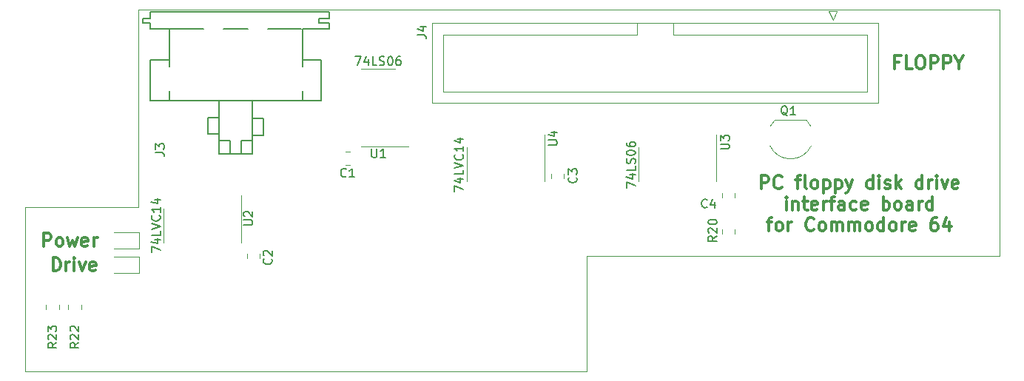
<source format=gbr>
%TF.GenerationSoftware,KiCad,Pcbnew,6.0.2+dfsg-1*%
%TF.CreationDate,2022-09-14T20:22:00+02:00*%
%TF.ProjectId,interface_board,696e7465-7266-4616-9365-5f626f617264,rev?*%
%TF.SameCoordinates,Original*%
%TF.FileFunction,Legend,Top*%
%TF.FilePolarity,Positive*%
%FSLAX46Y46*%
G04 Gerber Fmt 4.6, Leading zero omitted, Abs format (unit mm)*
G04 Created by KiCad (PCBNEW 6.0.2+dfsg-1) date 2022-09-14 20:22:00*
%MOMM*%
%LPD*%
G01*
G04 APERTURE LIST*
%ADD10C,0.300000*%
%TA.AperFunction,Profile*%
%ADD11C,0.100000*%
%TD*%
%ADD12C,0.150000*%
%ADD13C,0.120000*%
%ADD14C,0.152400*%
G04 APERTURE END LIST*
D10*
X177472000Y-95291571D02*
X177472000Y-93791571D01*
X178043428Y-93791571D01*
X178186285Y-93863000D01*
X178257714Y-93934428D01*
X178329142Y-94077285D01*
X178329142Y-94291571D01*
X178257714Y-94434428D01*
X178186285Y-94505857D01*
X178043428Y-94577285D01*
X177472000Y-94577285D01*
X179829142Y-95148714D02*
X179757714Y-95220142D01*
X179543428Y-95291571D01*
X179400571Y-95291571D01*
X179186285Y-95220142D01*
X179043428Y-95077285D01*
X178972000Y-94934428D01*
X178900571Y-94648714D01*
X178900571Y-94434428D01*
X178972000Y-94148714D01*
X179043428Y-94005857D01*
X179186285Y-93863000D01*
X179400571Y-93791571D01*
X179543428Y-93791571D01*
X179757714Y-93863000D01*
X179829142Y-93934428D01*
X181400571Y-94291571D02*
X181972000Y-94291571D01*
X181614857Y-95291571D02*
X181614857Y-94005857D01*
X181686285Y-93863000D01*
X181829142Y-93791571D01*
X181972000Y-93791571D01*
X182686285Y-95291571D02*
X182543428Y-95220142D01*
X182472000Y-95077285D01*
X182472000Y-93791571D01*
X183472000Y-95291571D02*
X183329142Y-95220142D01*
X183257714Y-95148714D01*
X183186285Y-95005857D01*
X183186285Y-94577285D01*
X183257714Y-94434428D01*
X183329142Y-94363000D01*
X183472000Y-94291571D01*
X183686285Y-94291571D01*
X183829142Y-94363000D01*
X183900571Y-94434428D01*
X183972000Y-94577285D01*
X183972000Y-95005857D01*
X183900571Y-95148714D01*
X183829142Y-95220142D01*
X183686285Y-95291571D01*
X183472000Y-95291571D01*
X184614857Y-94291571D02*
X184614857Y-95791571D01*
X184614857Y-94363000D02*
X184757714Y-94291571D01*
X185043428Y-94291571D01*
X185186285Y-94363000D01*
X185257714Y-94434428D01*
X185329142Y-94577285D01*
X185329142Y-95005857D01*
X185257714Y-95148714D01*
X185186285Y-95220142D01*
X185043428Y-95291571D01*
X184757714Y-95291571D01*
X184614857Y-95220142D01*
X185972000Y-94291571D02*
X185972000Y-95791571D01*
X185972000Y-94363000D02*
X186114857Y-94291571D01*
X186400571Y-94291571D01*
X186543428Y-94363000D01*
X186614857Y-94434428D01*
X186686285Y-94577285D01*
X186686285Y-95005857D01*
X186614857Y-95148714D01*
X186543428Y-95220142D01*
X186400571Y-95291571D01*
X186114857Y-95291571D01*
X185972000Y-95220142D01*
X187186285Y-94291571D02*
X187543428Y-95291571D01*
X187900571Y-94291571D02*
X187543428Y-95291571D01*
X187400571Y-95648714D01*
X187329142Y-95720142D01*
X187186285Y-95791571D01*
X190257714Y-95291571D02*
X190257714Y-93791571D01*
X190257714Y-95220142D02*
X190114857Y-95291571D01*
X189829142Y-95291571D01*
X189686285Y-95220142D01*
X189614857Y-95148714D01*
X189543428Y-95005857D01*
X189543428Y-94577285D01*
X189614857Y-94434428D01*
X189686285Y-94363000D01*
X189829142Y-94291571D01*
X190114857Y-94291571D01*
X190257714Y-94363000D01*
X190972000Y-95291571D02*
X190972000Y-94291571D01*
X190972000Y-93791571D02*
X190900571Y-93863000D01*
X190972000Y-93934428D01*
X191043428Y-93863000D01*
X190972000Y-93791571D01*
X190972000Y-93934428D01*
X191614857Y-95220142D02*
X191757714Y-95291571D01*
X192043428Y-95291571D01*
X192186285Y-95220142D01*
X192257714Y-95077285D01*
X192257714Y-95005857D01*
X192186285Y-94863000D01*
X192043428Y-94791571D01*
X191829142Y-94791571D01*
X191686285Y-94720142D01*
X191614857Y-94577285D01*
X191614857Y-94505857D01*
X191686285Y-94363000D01*
X191829142Y-94291571D01*
X192043428Y-94291571D01*
X192186285Y-94363000D01*
X192900571Y-95291571D02*
X192900571Y-93791571D01*
X193043428Y-94720142D02*
X193472000Y-95291571D01*
X193472000Y-94291571D02*
X192900571Y-94863000D01*
X195900571Y-95291571D02*
X195900571Y-93791571D01*
X195900571Y-95220142D02*
X195757714Y-95291571D01*
X195472000Y-95291571D01*
X195329142Y-95220142D01*
X195257714Y-95148714D01*
X195186285Y-95005857D01*
X195186285Y-94577285D01*
X195257714Y-94434428D01*
X195329142Y-94363000D01*
X195472000Y-94291571D01*
X195757714Y-94291571D01*
X195900571Y-94363000D01*
X196614857Y-95291571D02*
X196614857Y-94291571D01*
X196614857Y-94577285D02*
X196686285Y-94434428D01*
X196757714Y-94363000D01*
X196900571Y-94291571D01*
X197043428Y-94291571D01*
X197543428Y-95291571D02*
X197543428Y-94291571D01*
X197543428Y-93791571D02*
X197472000Y-93863000D01*
X197543428Y-93934428D01*
X197614857Y-93863000D01*
X197543428Y-93791571D01*
X197543428Y-93934428D01*
X198114857Y-94291571D02*
X198472000Y-95291571D01*
X198829142Y-94291571D01*
X199972000Y-95220142D02*
X199829142Y-95291571D01*
X199543428Y-95291571D01*
X199400571Y-95220142D01*
X199329142Y-95077285D01*
X199329142Y-94505857D01*
X199400571Y-94363000D01*
X199543428Y-94291571D01*
X199829142Y-94291571D01*
X199972000Y-94363000D01*
X200043428Y-94505857D01*
X200043428Y-94648714D01*
X199329142Y-94791571D01*
X180364857Y-97706571D02*
X180364857Y-96706571D01*
X180364857Y-96206571D02*
X180293428Y-96278000D01*
X180364857Y-96349428D01*
X180436285Y-96278000D01*
X180364857Y-96206571D01*
X180364857Y-96349428D01*
X181079142Y-96706571D02*
X181079142Y-97706571D01*
X181079142Y-96849428D02*
X181150571Y-96778000D01*
X181293428Y-96706571D01*
X181507714Y-96706571D01*
X181650571Y-96778000D01*
X181722000Y-96920857D01*
X181722000Y-97706571D01*
X182222000Y-96706571D02*
X182793428Y-96706571D01*
X182436285Y-96206571D02*
X182436285Y-97492285D01*
X182507714Y-97635142D01*
X182650571Y-97706571D01*
X182793428Y-97706571D01*
X183864857Y-97635142D02*
X183722000Y-97706571D01*
X183436285Y-97706571D01*
X183293428Y-97635142D01*
X183222000Y-97492285D01*
X183222000Y-96920857D01*
X183293428Y-96778000D01*
X183436285Y-96706571D01*
X183722000Y-96706571D01*
X183864857Y-96778000D01*
X183936285Y-96920857D01*
X183936285Y-97063714D01*
X183222000Y-97206571D01*
X184579142Y-97706571D02*
X184579142Y-96706571D01*
X184579142Y-96992285D02*
X184650571Y-96849428D01*
X184722000Y-96778000D01*
X184864857Y-96706571D01*
X185007714Y-96706571D01*
X185293428Y-96706571D02*
X185864857Y-96706571D01*
X185507714Y-97706571D02*
X185507714Y-96420857D01*
X185579142Y-96278000D01*
X185722000Y-96206571D01*
X185864857Y-96206571D01*
X187007714Y-97706571D02*
X187007714Y-96920857D01*
X186936285Y-96778000D01*
X186793428Y-96706571D01*
X186507714Y-96706571D01*
X186364857Y-96778000D01*
X187007714Y-97635142D02*
X186864857Y-97706571D01*
X186507714Y-97706571D01*
X186364857Y-97635142D01*
X186293428Y-97492285D01*
X186293428Y-97349428D01*
X186364857Y-97206571D01*
X186507714Y-97135142D01*
X186864857Y-97135142D01*
X187007714Y-97063714D01*
X188364857Y-97635142D02*
X188222000Y-97706571D01*
X187936285Y-97706571D01*
X187793428Y-97635142D01*
X187722000Y-97563714D01*
X187650571Y-97420857D01*
X187650571Y-96992285D01*
X187722000Y-96849428D01*
X187793428Y-96778000D01*
X187936285Y-96706571D01*
X188222000Y-96706571D01*
X188364857Y-96778000D01*
X189579142Y-97635142D02*
X189436285Y-97706571D01*
X189150571Y-97706571D01*
X189007714Y-97635142D01*
X188936285Y-97492285D01*
X188936285Y-96920857D01*
X189007714Y-96778000D01*
X189150571Y-96706571D01*
X189436285Y-96706571D01*
X189579142Y-96778000D01*
X189650571Y-96920857D01*
X189650571Y-97063714D01*
X188936285Y-97206571D01*
X191436285Y-97706571D02*
X191436285Y-96206571D01*
X191436285Y-96778000D02*
X191579142Y-96706571D01*
X191864857Y-96706571D01*
X192007714Y-96778000D01*
X192079142Y-96849428D01*
X192150571Y-96992285D01*
X192150571Y-97420857D01*
X192079142Y-97563714D01*
X192007714Y-97635142D01*
X191864857Y-97706571D01*
X191579142Y-97706571D01*
X191436285Y-97635142D01*
X193007714Y-97706571D02*
X192864857Y-97635142D01*
X192793428Y-97563714D01*
X192722000Y-97420857D01*
X192722000Y-96992285D01*
X192793428Y-96849428D01*
X192864857Y-96778000D01*
X193007714Y-96706571D01*
X193222000Y-96706571D01*
X193364857Y-96778000D01*
X193436285Y-96849428D01*
X193507714Y-96992285D01*
X193507714Y-97420857D01*
X193436285Y-97563714D01*
X193364857Y-97635142D01*
X193222000Y-97706571D01*
X193007714Y-97706571D01*
X194793428Y-97706571D02*
X194793428Y-96920857D01*
X194722000Y-96778000D01*
X194579142Y-96706571D01*
X194293428Y-96706571D01*
X194150571Y-96778000D01*
X194793428Y-97635142D02*
X194650571Y-97706571D01*
X194293428Y-97706571D01*
X194150571Y-97635142D01*
X194079142Y-97492285D01*
X194079142Y-97349428D01*
X194150571Y-97206571D01*
X194293428Y-97135142D01*
X194650571Y-97135142D01*
X194793428Y-97063714D01*
X195507714Y-97706571D02*
X195507714Y-96706571D01*
X195507714Y-96992285D02*
X195579142Y-96849428D01*
X195650571Y-96778000D01*
X195793428Y-96706571D01*
X195936285Y-96706571D01*
X197079142Y-97706571D02*
X197079142Y-96206571D01*
X197079142Y-97635142D02*
X196936285Y-97706571D01*
X196650571Y-97706571D01*
X196507714Y-97635142D01*
X196436285Y-97563714D01*
X196364857Y-97420857D01*
X196364857Y-96992285D01*
X196436285Y-96849428D01*
X196507714Y-96778000D01*
X196650571Y-96706571D01*
X196936285Y-96706571D01*
X197079142Y-96778000D01*
X178150571Y-99121571D02*
X178722000Y-99121571D01*
X178364857Y-100121571D02*
X178364857Y-98835857D01*
X178436285Y-98693000D01*
X178579142Y-98621571D01*
X178722000Y-98621571D01*
X179436285Y-100121571D02*
X179293428Y-100050142D01*
X179222000Y-99978714D01*
X179150571Y-99835857D01*
X179150571Y-99407285D01*
X179222000Y-99264428D01*
X179293428Y-99193000D01*
X179436285Y-99121571D01*
X179650571Y-99121571D01*
X179793428Y-99193000D01*
X179864857Y-99264428D01*
X179936285Y-99407285D01*
X179936285Y-99835857D01*
X179864857Y-99978714D01*
X179793428Y-100050142D01*
X179650571Y-100121571D01*
X179436285Y-100121571D01*
X180579142Y-100121571D02*
X180579142Y-99121571D01*
X180579142Y-99407285D02*
X180650571Y-99264428D01*
X180722000Y-99193000D01*
X180864857Y-99121571D01*
X181007714Y-99121571D01*
X183507714Y-99978714D02*
X183436285Y-100050142D01*
X183222000Y-100121571D01*
X183079142Y-100121571D01*
X182864857Y-100050142D01*
X182722000Y-99907285D01*
X182650571Y-99764428D01*
X182579142Y-99478714D01*
X182579142Y-99264428D01*
X182650571Y-98978714D01*
X182722000Y-98835857D01*
X182864857Y-98693000D01*
X183079142Y-98621571D01*
X183222000Y-98621571D01*
X183436285Y-98693000D01*
X183507714Y-98764428D01*
X184364857Y-100121571D02*
X184222000Y-100050142D01*
X184150571Y-99978714D01*
X184079142Y-99835857D01*
X184079142Y-99407285D01*
X184150571Y-99264428D01*
X184222000Y-99193000D01*
X184364857Y-99121571D01*
X184579142Y-99121571D01*
X184722000Y-99193000D01*
X184793428Y-99264428D01*
X184864857Y-99407285D01*
X184864857Y-99835857D01*
X184793428Y-99978714D01*
X184722000Y-100050142D01*
X184579142Y-100121571D01*
X184364857Y-100121571D01*
X185507714Y-100121571D02*
X185507714Y-99121571D01*
X185507714Y-99264428D02*
X185579142Y-99193000D01*
X185722000Y-99121571D01*
X185936285Y-99121571D01*
X186079142Y-99193000D01*
X186150571Y-99335857D01*
X186150571Y-100121571D01*
X186150571Y-99335857D02*
X186222000Y-99193000D01*
X186364857Y-99121571D01*
X186579142Y-99121571D01*
X186722000Y-99193000D01*
X186793428Y-99335857D01*
X186793428Y-100121571D01*
X187507714Y-100121571D02*
X187507714Y-99121571D01*
X187507714Y-99264428D02*
X187579142Y-99193000D01*
X187722000Y-99121571D01*
X187936285Y-99121571D01*
X188079142Y-99193000D01*
X188150571Y-99335857D01*
X188150571Y-100121571D01*
X188150571Y-99335857D02*
X188222000Y-99193000D01*
X188364857Y-99121571D01*
X188579142Y-99121571D01*
X188722000Y-99193000D01*
X188793428Y-99335857D01*
X188793428Y-100121571D01*
X189722000Y-100121571D02*
X189579142Y-100050142D01*
X189507714Y-99978714D01*
X189436285Y-99835857D01*
X189436285Y-99407285D01*
X189507714Y-99264428D01*
X189579142Y-99193000D01*
X189722000Y-99121571D01*
X189936285Y-99121571D01*
X190079142Y-99193000D01*
X190150571Y-99264428D01*
X190222000Y-99407285D01*
X190222000Y-99835857D01*
X190150571Y-99978714D01*
X190079142Y-100050142D01*
X189936285Y-100121571D01*
X189722000Y-100121571D01*
X191507714Y-100121571D02*
X191507714Y-98621571D01*
X191507714Y-100050142D02*
X191364857Y-100121571D01*
X191079142Y-100121571D01*
X190936285Y-100050142D01*
X190864857Y-99978714D01*
X190793428Y-99835857D01*
X190793428Y-99407285D01*
X190864857Y-99264428D01*
X190936285Y-99193000D01*
X191079142Y-99121571D01*
X191364857Y-99121571D01*
X191507714Y-99193000D01*
X192436285Y-100121571D02*
X192293428Y-100050142D01*
X192222000Y-99978714D01*
X192150571Y-99835857D01*
X192150571Y-99407285D01*
X192222000Y-99264428D01*
X192293428Y-99193000D01*
X192436285Y-99121571D01*
X192650571Y-99121571D01*
X192793428Y-99193000D01*
X192864857Y-99264428D01*
X192936285Y-99407285D01*
X192936285Y-99835857D01*
X192864857Y-99978714D01*
X192793428Y-100050142D01*
X192650571Y-100121571D01*
X192436285Y-100121571D01*
X193579142Y-100121571D02*
X193579142Y-99121571D01*
X193579142Y-99407285D02*
X193650571Y-99264428D01*
X193722000Y-99193000D01*
X193864857Y-99121571D01*
X194007714Y-99121571D01*
X195079142Y-100050142D02*
X194936285Y-100121571D01*
X194650571Y-100121571D01*
X194507714Y-100050142D01*
X194436285Y-99907285D01*
X194436285Y-99335857D01*
X194507714Y-99193000D01*
X194650571Y-99121571D01*
X194936285Y-99121571D01*
X195079142Y-99193000D01*
X195150571Y-99335857D01*
X195150571Y-99478714D01*
X194436285Y-99621571D01*
X197579142Y-98621571D02*
X197293428Y-98621571D01*
X197150571Y-98693000D01*
X197079142Y-98764428D01*
X196936285Y-98978714D01*
X196864857Y-99264428D01*
X196864857Y-99835857D01*
X196936285Y-99978714D01*
X197007714Y-100050142D01*
X197150571Y-100121571D01*
X197436285Y-100121571D01*
X197579142Y-100050142D01*
X197650571Y-99978714D01*
X197722000Y-99835857D01*
X197722000Y-99478714D01*
X197650571Y-99335857D01*
X197579142Y-99264428D01*
X197436285Y-99193000D01*
X197150571Y-99193000D01*
X197007714Y-99264428D01*
X196936285Y-99335857D01*
X196864857Y-99478714D01*
X199007714Y-99121571D02*
X199007714Y-100121571D01*
X198650571Y-98550142D02*
X198293428Y-99621571D01*
X199222000Y-99621571D01*
D11*
X93215000Y-97409000D02*
X106169000Y-97409000D01*
X157477000Y-116205000D02*
X157477000Y-102997000D01*
X195577000Y-102997000D02*
X204721000Y-102997000D01*
X204721000Y-74803000D02*
X204721000Y-102997000D01*
X157477000Y-116205000D02*
X93215000Y-116205000D01*
X106169000Y-97409000D02*
X106169000Y-74803000D01*
X93215000Y-116205000D02*
X93215000Y-97409000D01*
X106169000Y-74803000D02*
X204721000Y-74803000D01*
X195577000Y-102997000D02*
X195577000Y-102997000D01*
X157477000Y-102997000D02*
X195577000Y-102997000D01*
D10*
X95370285Y-101897571D02*
X95370285Y-100397571D01*
X95941714Y-100397571D01*
X96084571Y-100469000D01*
X96156000Y-100540428D01*
X96227428Y-100683285D01*
X96227428Y-100897571D01*
X96156000Y-101040428D01*
X96084571Y-101111857D01*
X95941714Y-101183285D01*
X95370285Y-101183285D01*
X97084571Y-101897571D02*
X96941714Y-101826142D01*
X96870285Y-101754714D01*
X96798857Y-101611857D01*
X96798857Y-101183285D01*
X96870285Y-101040428D01*
X96941714Y-100969000D01*
X97084571Y-100897571D01*
X97298857Y-100897571D01*
X97441714Y-100969000D01*
X97513142Y-101040428D01*
X97584571Y-101183285D01*
X97584571Y-101611857D01*
X97513142Y-101754714D01*
X97441714Y-101826142D01*
X97298857Y-101897571D01*
X97084571Y-101897571D01*
X98084571Y-100897571D02*
X98370285Y-101897571D01*
X98656000Y-101183285D01*
X98941714Y-101897571D01*
X99227428Y-100897571D01*
X100370285Y-101826142D02*
X100227428Y-101897571D01*
X99941714Y-101897571D01*
X99798857Y-101826142D01*
X99727428Y-101683285D01*
X99727428Y-101111857D01*
X99798857Y-100969000D01*
X99941714Y-100897571D01*
X100227428Y-100897571D01*
X100370285Y-100969000D01*
X100441714Y-101111857D01*
X100441714Y-101254714D01*
X99727428Y-101397571D01*
X101084571Y-101897571D02*
X101084571Y-100897571D01*
X101084571Y-101183285D02*
X101156000Y-101040428D01*
X101227428Y-100969000D01*
X101370285Y-100897571D01*
X101513142Y-100897571D01*
X96441714Y-104691571D02*
X96441714Y-103191571D01*
X96798857Y-103191571D01*
X97013142Y-103263000D01*
X97156000Y-103405857D01*
X97227428Y-103548714D01*
X97298857Y-103834428D01*
X97298857Y-104048714D01*
X97227428Y-104334428D01*
X97156000Y-104477285D01*
X97013142Y-104620142D01*
X96798857Y-104691571D01*
X96441714Y-104691571D01*
X97941714Y-104691571D02*
X97941714Y-103691571D01*
X97941714Y-103977285D02*
X98013142Y-103834428D01*
X98084571Y-103763000D01*
X98227428Y-103691571D01*
X98370285Y-103691571D01*
X98870285Y-104691571D02*
X98870285Y-103691571D01*
X98870285Y-103191571D02*
X98798857Y-103263000D01*
X98870285Y-103334428D01*
X98941714Y-103263000D01*
X98870285Y-103191571D01*
X98870285Y-103334428D01*
X99441714Y-103691571D02*
X99798857Y-104691571D01*
X100156000Y-103691571D01*
X101298857Y-104620142D02*
X101156000Y-104691571D01*
X100870285Y-104691571D01*
X100727428Y-104620142D01*
X100656000Y-104477285D01*
X100656000Y-103905857D01*
X100727428Y-103763000D01*
X100870285Y-103691571D01*
X101156000Y-103691571D01*
X101298857Y-103763000D01*
X101370285Y-103905857D01*
X101370285Y-104048714D01*
X100656000Y-104191571D01*
X193271571Y-80791857D02*
X192771571Y-80791857D01*
X192771571Y-81577571D02*
X192771571Y-80077571D01*
X193485857Y-80077571D01*
X194771571Y-81577571D02*
X194057285Y-81577571D01*
X194057285Y-80077571D01*
X195557285Y-80077571D02*
X195843000Y-80077571D01*
X195985857Y-80149000D01*
X196128714Y-80291857D01*
X196200142Y-80577571D01*
X196200142Y-81077571D01*
X196128714Y-81363285D01*
X195985857Y-81506142D01*
X195843000Y-81577571D01*
X195557285Y-81577571D01*
X195414428Y-81506142D01*
X195271571Y-81363285D01*
X195200142Y-81077571D01*
X195200142Y-80577571D01*
X195271571Y-80291857D01*
X195414428Y-80149000D01*
X195557285Y-80077571D01*
X196843000Y-81577571D02*
X196843000Y-80077571D01*
X197414428Y-80077571D01*
X197557285Y-80149000D01*
X197628714Y-80220428D01*
X197700142Y-80363285D01*
X197700142Y-80577571D01*
X197628714Y-80720428D01*
X197557285Y-80791857D01*
X197414428Y-80863285D01*
X196843000Y-80863285D01*
X198343000Y-81577571D02*
X198343000Y-80077571D01*
X198914428Y-80077571D01*
X199057285Y-80149000D01*
X199128714Y-80220428D01*
X199200142Y-80363285D01*
X199200142Y-80577571D01*
X199128714Y-80720428D01*
X199057285Y-80791857D01*
X198914428Y-80863285D01*
X198343000Y-80863285D01*
X200128714Y-80863285D02*
X200128714Y-81577571D01*
X199628714Y-80077571D02*
X200128714Y-80863285D01*
X200628714Y-80077571D01*
D12*
%TO.C,C2*%
X121414142Y-103309166D02*
X121461761Y-103356785D01*
X121509380Y-103499642D01*
X121509380Y-103594880D01*
X121461761Y-103737738D01*
X121366523Y-103832976D01*
X121271285Y-103880595D01*
X121080809Y-103928214D01*
X120937952Y-103928214D01*
X120747476Y-103880595D01*
X120652238Y-103832976D01*
X120557000Y-103737738D01*
X120509380Y-103594880D01*
X120509380Y-103499642D01*
X120557000Y-103356785D01*
X120604619Y-103309166D01*
X120604619Y-102928214D02*
X120557000Y-102880595D01*
X120509380Y-102785357D01*
X120509380Y-102547261D01*
X120557000Y-102452023D01*
X120604619Y-102404404D01*
X120699857Y-102356785D01*
X120795095Y-102356785D01*
X120937952Y-102404404D01*
X121509380Y-102975833D01*
X121509380Y-102356785D01*
%TO.C,R23*%
X96842380Y-112910857D02*
X96366190Y-113244190D01*
X96842380Y-113482285D02*
X95842380Y-113482285D01*
X95842380Y-113101333D01*
X95890000Y-113006095D01*
X95937619Y-112958476D01*
X96032857Y-112910857D01*
X96175714Y-112910857D01*
X96270952Y-112958476D01*
X96318571Y-113006095D01*
X96366190Y-113101333D01*
X96366190Y-113482285D01*
X95937619Y-112529904D02*
X95890000Y-112482285D01*
X95842380Y-112387047D01*
X95842380Y-112148952D01*
X95890000Y-112053714D01*
X95937619Y-112006095D01*
X96032857Y-111958476D01*
X96128095Y-111958476D01*
X96270952Y-112006095D01*
X96842380Y-112577523D01*
X96842380Y-111958476D01*
X95842380Y-111625142D02*
X95842380Y-111006095D01*
X96223333Y-111339428D01*
X96223333Y-111196571D01*
X96270952Y-111101333D01*
X96318571Y-111053714D01*
X96413809Y-111006095D01*
X96651904Y-111006095D01*
X96747142Y-111053714D01*
X96794761Y-111101333D01*
X96842380Y-111196571D01*
X96842380Y-111482285D01*
X96794761Y-111577523D01*
X96747142Y-111625142D01*
%TO.C,U1*%
X132904095Y-90711380D02*
X132904095Y-91520904D01*
X132951714Y-91616142D01*
X132999333Y-91663761D01*
X133094571Y-91711380D01*
X133285047Y-91711380D01*
X133380285Y-91663761D01*
X133427904Y-91616142D01*
X133475523Y-91520904D01*
X133475523Y-90711380D01*
X134475523Y-91711380D02*
X133904095Y-91711380D01*
X134189809Y-91711380D02*
X134189809Y-90711380D01*
X134094571Y-90854238D01*
X133999333Y-90949476D01*
X133904095Y-90997095D01*
X131023142Y-80151380D02*
X131689809Y-80151380D01*
X131261238Y-81151380D01*
X132499333Y-80484714D02*
X132499333Y-81151380D01*
X132261238Y-80103761D02*
X132023142Y-80818047D01*
X132642190Y-80818047D01*
X133499333Y-81151380D02*
X133023142Y-81151380D01*
X133023142Y-80151380D01*
X133785047Y-81103761D02*
X133927904Y-81151380D01*
X134166000Y-81151380D01*
X134261238Y-81103761D01*
X134308857Y-81056142D01*
X134356476Y-80960904D01*
X134356476Y-80865666D01*
X134308857Y-80770428D01*
X134261238Y-80722809D01*
X134166000Y-80675190D01*
X133975523Y-80627571D01*
X133880285Y-80579952D01*
X133832666Y-80532333D01*
X133785047Y-80437095D01*
X133785047Y-80341857D01*
X133832666Y-80246619D01*
X133880285Y-80199000D01*
X133975523Y-80151380D01*
X134213619Y-80151380D01*
X134356476Y-80199000D01*
X134975523Y-80151380D02*
X135070761Y-80151380D01*
X135166000Y-80199000D01*
X135213619Y-80246619D01*
X135261238Y-80341857D01*
X135308857Y-80532333D01*
X135308857Y-80770428D01*
X135261238Y-80960904D01*
X135213619Y-81056142D01*
X135166000Y-81103761D01*
X135070761Y-81151380D01*
X134975523Y-81151380D01*
X134880285Y-81103761D01*
X134832666Y-81056142D01*
X134785047Y-80960904D01*
X134737428Y-80770428D01*
X134737428Y-80532333D01*
X134785047Y-80341857D01*
X134832666Y-80246619D01*
X134880285Y-80199000D01*
X134975523Y-80151380D01*
X136166000Y-80151380D02*
X135975523Y-80151380D01*
X135880285Y-80199000D01*
X135832666Y-80246619D01*
X135737428Y-80389476D01*
X135689809Y-80579952D01*
X135689809Y-80960904D01*
X135737428Y-81056142D01*
X135785047Y-81103761D01*
X135880285Y-81151380D01*
X136070761Y-81151380D01*
X136166000Y-81103761D01*
X136213619Y-81056142D01*
X136261238Y-80960904D01*
X136261238Y-80722809D01*
X136213619Y-80627571D01*
X136166000Y-80579952D01*
X136070761Y-80532333D01*
X135880285Y-80532333D01*
X135785047Y-80579952D01*
X135737428Y-80627571D01*
X135689809Y-80722809D01*
%TO.C,J4*%
X138133380Y-77676333D02*
X138847666Y-77676333D01*
X138990523Y-77723952D01*
X139085761Y-77819190D01*
X139133380Y-77962047D01*
X139133380Y-78057285D01*
X138466714Y-76771571D02*
X139133380Y-76771571D01*
X138085761Y-77009666D02*
X138800047Y-77247761D01*
X138800047Y-76628714D01*
%TO.C,C1*%
X129986833Y-93858142D02*
X129939214Y-93905761D01*
X129796357Y-93953380D01*
X129701119Y-93953380D01*
X129558261Y-93905761D01*
X129463023Y-93810523D01*
X129415404Y-93715285D01*
X129367785Y-93524809D01*
X129367785Y-93381952D01*
X129415404Y-93191476D01*
X129463023Y-93096238D01*
X129558261Y-93001000D01*
X129701119Y-92953380D01*
X129796357Y-92953380D01*
X129939214Y-93001000D01*
X129986833Y-93048619D01*
X130939214Y-93953380D02*
X130367785Y-93953380D01*
X130653500Y-93953380D02*
X130653500Y-92953380D01*
X130558261Y-93096238D01*
X130463023Y-93191476D01*
X130367785Y-93239095D01*
%TO.C,C4*%
X171283333Y-97385142D02*
X171235714Y-97432761D01*
X171092857Y-97480380D01*
X170997619Y-97480380D01*
X170854761Y-97432761D01*
X170759523Y-97337523D01*
X170711904Y-97242285D01*
X170664285Y-97051809D01*
X170664285Y-96908952D01*
X170711904Y-96718476D01*
X170759523Y-96623238D01*
X170854761Y-96528000D01*
X170997619Y-96480380D01*
X171092857Y-96480380D01*
X171235714Y-96528000D01*
X171283333Y-96575619D01*
X172140476Y-96813714D02*
X172140476Y-97480380D01*
X171902380Y-96432761D02*
X171664285Y-97147047D01*
X172283333Y-97147047D01*
%TO.C,R22*%
X99382380Y-112910857D02*
X98906190Y-113244190D01*
X99382380Y-113482285D02*
X98382380Y-113482285D01*
X98382380Y-113101333D01*
X98430000Y-113006095D01*
X98477619Y-112958476D01*
X98572857Y-112910857D01*
X98715714Y-112910857D01*
X98810952Y-112958476D01*
X98858571Y-113006095D01*
X98906190Y-113101333D01*
X98906190Y-113482285D01*
X98477619Y-112529904D02*
X98430000Y-112482285D01*
X98382380Y-112387047D01*
X98382380Y-112148952D01*
X98430000Y-112053714D01*
X98477619Y-112006095D01*
X98572857Y-111958476D01*
X98668095Y-111958476D01*
X98810952Y-112006095D01*
X99382380Y-112577523D01*
X99382380Y-111958476D01*
X98477619Y-111577523D02*
X98430000Y-111529904D01*
X98382380Y-111434666D01*
X98382380Y-111196571D01*
X98430000Y-111101333D01*
X98477619Y-111053714D01*
X98572857Y-111006095D01*
X98668095Y-111006095D01*
X98810952Y-111053714D01*
X99382380Y-111625142D01*
X99382380Y-111006095D01*
%TO.C,U2*%
X118267380Y-99440904D02*
X119076904Y-99440904D01*
X119172142Y-99393285D01*
X119219761Y-99345666D01*
X119267380Y-99250428D01*
X119267380Y-99059952D01*
X119219761Y-98964714D01*
X119172142Y-98917095D01*
X119076904Y-98869476D01*
X118267380Y-98869476D01*
X118362619Y-98440904D02*
X118315000Y-98393285D01*
X118267380Y-98298047D01*
X118267380Y-98059952D01*
X118315000Y-97964714D01*
X118362619Y-97917095D01*
X118457857Y-97869476D01*
X118553095Y-97869476D01*
X118695952Y-97917095D01*
X119267380Y-98488523D01*
X119267380Y-97869476D01*
X107707380Y-102584018D02*
X107707380Y-101917351D01*
X108707380Y-102345922D01*
X108040714Y-101107827D02*
X108707380Y-101107827D01*
X107659761Y-101345922D02*
X108374047Y-101584018D01*
X108374047Y-100964970D01*
X108707380Y-100107827D02*
X108707380Y-100584018D01*
X107707380Y-100584018D01*
X107707380Y-99917351D02*
X108707380Y-99584018D01*
X107707380Y-99250684D01*
X108612142Y-98345922D02*
X108659761Y-98393541D01*
X108707380Y-98536399D01*
X108707380Y-98631637D01*
X108659761Y-98774494D01*
X108564523Y-98869732D01*
X108469285Y-98917351D01*
X108278809Y-98964970D01*
X108135952Y-98964970D01*
X107945476Y-98917351D01*
X107850238Y-98869732D01*
X107755000Y-98774494D01*
X107707380Y-98631637D01*
X107707380Y-98536399D01*
X107755000Y-98393541D01*
X107802619Y-98345922D01*
X108707380Y-97393541D02*
X108707380Y-97964970D01*
X108707380Y-97679256D02*
X107707380Y-97679256D01*
X107850238Y-97774494D01*
X107945476Y-97869732D01*
X107993095Y-97964970D01*
X108040714Y-96536399D02*
X108707380Y-96536399D01*
X107659761Y-96774494D02*
X108374047Y-97012589D01*
X108374047Y-96393541D01*
%TO.C,R20*%
X172410380Y-100718857D02*
X171934190Y-101052190D01*
X172410380Y-101290285D02*
X171410380Y-101290285D01*
X171410380Y-100909333D01*
X171458000Y-100814095D01*
X171505619Y-100766476D01*
X171600857Y-100718857D01*
X171743714Y-100718857D01*
X171838952Y-100766476D01*
X171886571Y-100814095D01*
X171934190Y-100909333D01*
X171934190Y-101290285D01*
X171505619Y-100337904D02*
X171458000Y-100290285D01*
X171410380Y-100195047D01*
X171410380Y-99956952D01*
X171458000Y-99861714D01*
X171505619Y-99814095D01*
X171600857Y-99766476D01*
X171696095Y-99766476D01*
X171838952Y-99814095D01*
X172410380Y-100385523D01*
X172410380Y-99766476D01*
X171410380Y-99147428D02*
X171410380Y-99052190D01*
X171458000Y-98956952D01*
X171505619Y-98909333D01*
X171600857Y-98861714D01*
X171791333Y-98814095D01*
X172029428Y-98814095D01*
X172219904Y-98861714D01*
X172315142Y-98909333D01*
X172362761Y-98956952D01*
X172410380Y-99052190D01*
X172410380Y-99147428D01*
X172362761Y-99242666D01*
X172315142Y-99290285D01*
X172219904Y-99337904D01*
X172029428Y-99385523D01*
X171791333Y-99385523D01*
X171600857Y-99337904D01*
X171505619Y-99290285D01*
X171458000Y-99242666D01*
X171410380Y-99147428D01*
%TO.C,C3*%
X156310142Y-93984686D02*
X156357761Y-94032305D01*
X156405380Y-94175162D01*
X156405380Y-94270400D01*
X156357761Y-94413258D01*
X156262523Y-94508496D01*
X156167285Y-94556115D01*
X155976809Y-94603734D01*
X155833952Y-94603734D01*
X155643476Y-94556115D01*
X155548238Y-94508496D01*
X155453000Y-94413258D01*
X155405380Y-94270400D01*
X155405380Y-94175162D01*
X155453000Y-94032305D01*
X155500619Y-93984686D01*
X155405380Y-93651353D02*
X155405380Y-93032305D01*
X155786333Y-93365639D01*
X155786333Y-93222781D01*
X155833952Y-93127543D01*
X155881571Y-93079924D01*
X155976809Y-93032305D01*
X156214904Y-93032305D01*
X156310142Y-93079924D01*
X156357761Y-93127543D01*
X156405380Y-93222781D01*
X156405380Y-93508496D01*
X156357761Y-93603734D01*
X156310142Y-93651353D01*
%TO.C,U4*%
X153119380Y-90296904D02*
X153928904Y-90296904D01*
X154024142Y-90249285D01*
X154071761Y-90201666D01*
X154119380Y-90106428D01*
X154119380Y-89915952D01*
X154071761Y-89820714D01*
X154024142Y-89773095D01*
X153928904Y-89725476D01*
X153119380Y-89725476D01*
X153452714Y-88820714D02*
X154119380Y-88820714D01*
X153071761Y-89058809D02*
X153786047Y-89296904D01*
X153786047Y-88677857D01*
X142388860Y-95613238D02*
X142388860Y-94946571D01*
X143388860Y-95375142D01*
X142722194Y-94137047D02*
X143388860Y-94137047D01*
X142341241Y-94375142D02*
X143055527Y-94613238D01*
X143055527Y-93994190D01*
X143388860Y-93137047D02*
X143388860Y-93613238D01*
X142388860Y-93613238D01*
X142388860Y-92946571D02*
X143388860Y-92613238D01*
X142388860Y-92279904D01*
X143293622Y-91375142D02*
X143341241Y-91422761D01*
X143388860Y-91565619D01*
X143388860Y-91660857D01*
X143341241Y-91803714D01*
X143246003Y-91898952D01*
X143150765Y-91946571D01*
X142960289Y-91994190D01*
X142817432Y-91994190D01*
X142626956Y-91946571D01*
X142531718Y-91898952D01*
X142436480Y-91803714D01*
X142388860Y-91660857D01*
X142388860Y-91565619D01*
X142436480Y-91422761D01*
X142484099Y-91375142D01*
X143388860Y-90422761D02*
X143388860Y-90994190D01*
X143388860Y-90708476D02*
X142388860Y-90708476D01*
X142531718Y-90803714D01*
X142626956Y-90898952D01*
X142674575Y-90994190D01*
X142722194Y-89565619D02*
X143388860Y-89565619D01*
X142341241Y-89803714D02*
X143055527Y-90041809D01*
X143055527Y-89422761D01*
%TO.C,U3*%
X172814860Y-90739904D02*
X173624384Y-90739904D01*
X173719622Y-90692285D01*
X173767241Y-90644666D01*
X173814860Y-90549428D01*
X173814860Y-90358952D01*
X173767241Y-90263714D01*
X173719622Y-90216095D01*
X173624384Y-90168476D01*
X172814860Y-90168476D01*
X172814860Y-89787523D02*
X172814860Y-89168476D01*
X173195813Y-89501809D01*
X173195813Y-89358952D01*
X173243432Y-89263714D01*
X173291051Y-89216095D01*
X173386289Y-89168476D01*
X173624384Y-89168476D01*
X173719622Y-89216095D01*
X173767241Y-89263714D01*
X173814860Y-89358952D01*
X173814860Y-89644666D01*
X173767241Y-89739904D01*
X173719622Y-89787523D01*
X162063380Y-95160857D02*
X162063380Y-94494190D01*
X163063380Y-94922761D01*
X162396714Y-93684666D02*
X163063380Y-93684666D01*
X162015761Y-93922761D02*
X162730047Y-94160857D01*
X162730047Y-93541809D01*
X163063380Y-92684666D02*
X163063380Y-93160857D01*
X162063380Y-93160857D01*
X163015761Y-92398952D02*
X163063380Y-92256095D01*
X163063380Y-92018000D01*
X163015761Y-91922761D01*
X162968142Y-91875142D01*
X162872904Y-91827523D01*
X162777666Y-91827523D01*
X162682428Y-91875142D01*
X162634809Y-91922761D01*
X162587190Y-92018000D01*
X162539571Y-92208476D01*
X162491952Y-92303714D01*
X162444333Y-92351333D01*
X162349095Y-92398952D01*
X162253857Y-92398952D01*
X162158619Y-92351333D01*
X162111000Y-92303714D01*
X162063380Y-92208476D01*
X162063380Y-91970380D01*
X162111000Y-91827523D01*
X162063380Y-91208476D02*
X162063380Y-91113238D01*
X162111000Y-91018000D01*
X162158619Y-90970380D01*
X162253857Y-90922761D01*
X162444333Y-90875142D01*
X162682428Y-90875142D01*
X162872904Y-90922761D01*
X162968142Y-90970380D01*
X163015761Y-91018000D01*
X163063380Y-91113238D01*
X163063380Y-91208476D01*
X163015761Y-91303714D01*
X162968142Y-91351333D01*
X162872904Y-91398952D01*
X162682428Y-91446571D01*
X162444333Y-91446571D01*
X162253857Y-91398952D01*
X162158619Y-91351333D01*
X162111000Y-91303714D01*
X162063380Y-91208476D01*
X162063380Y-90018000D02*
X162063380Y-90208476D01*
X162111000Y-90303714D01*
X162158619Y-90351333D01*
X162301476Y-90446571D01*
X162491952Y-90494190D01*
X162872904Y-90494190D01*
X162968142Y-90446571D01*
X163015761Y-90398952D01*
X163063380Y-90303714D01*
X163063380Y-90113238D01*
X163015761Y-90018000D01*
X162968142Y-89970380D01*
X162872904Y-89922761D01*
X162634809Y-89922761D01*
X162539571Y-89970380D01*
X162491952Y-90018000D01*
X162444333Y-90113238D01*
X162444333Y-90303714D01*
X162491952Y-90398952D01*
X162539571Y-90446571D01*
X162634809Y-90494190D01*
%TO.C,J3*%
X108161380Y-91138333D02*
X108875666Y-91138333D01*
X109018523Y-91185952D01*
X109113761Y-91281190D01*
X109161380Y-91424047D01*
X109161380Y-91519285D01*
X108161380Y-90757380D02*
X108161380Y-90138333D01*
X108542333Y-90471666D01*
X108542333Y-90328809D01*
X108589952Y-90233571D01*
X108637571Y-90185952D01*
X108732809Y-90138333D01*
X108970904Y-90138333D01*
X109066142Y-90185952D01*
X109113761Y-90233571D01*
X109161380Y-90328809D01*
X109161380Y-90614523D01*
X109113761Y-90709761D01*
X109066142Y-90757380D01*
%TO.C,Q1*%
X180498761Y-86907619D02*
X180403523Y-86860000D01*
X180308285Y-86764761D01*
X180165428Y-86621904D01*
X180070190Y-86574285D01*
X179974952Y-86574285D01*
X180022571Y-86812380D02*
X179927333Y-86764761D01*
X179832095Y-86669523D01*
X179784476Y-86479047D01*
X179784476Y-86145714D01*
X179832095Y-85955238D01*
X179927333Y-85860000D01*
X180022571Y-85812380D01*
X180213047Y-85812380D01*
X180308285Y-85860000D01*
X180403523Y-85955238D01*
X180451142Y-86145714D01*
X180451142Y-86479047D01*
X180403523Y-86669523D01*
X180308285Y-86764761D01*
X180213047Y-86812380D01*
X180022571Y-86812380D01*
X181403523Y-86812380D02*
X180832095Y-86812380D01*
X181117809Y-86812380D02*
X181117809Y-85812380D01*
X181022571Y-85955238D01*
X180927333Y-86050476D01*
X180832095Y-86098095D01*
D13*
%TO.C,C2*%
X118642000Y-102757248D02*
X118642000Y-103279752D01*
X120112000Y-102757248D02*
X120112000Y-103279752D01*
%TO.C,R23*%
X99665000Y-109050064D02*
X99665000Y-108595936D01*
X98195000Y-109050064D02*
X98195000Y-108595936D01*
%TO.C,U1*%
X133666000Y-90414000D02*
X137116000Y-90414000D01*
X133666000Y-81544000D02*
X135616000Y-81544000D01*
X133666000Y-81544000D02*
X131716000Y-81544000D01*
X133666000Y-90414000D02*
X131716000Y-90414000D01*
%TO.C,J4*%
X190881000Y-85459000D02*
X139821000Y-85459000D01*
X163301000Y-77649000D02*
X163301000Y-76339000D01*
X167401000Y-77649000D02*
X189581000Y-77649000D01*
X167401000Y-76339000D02*
X167401000Y-77649000D01*
X189581000Y-77649000D02*
X189581000Y-84149000D01*
X186171000Y-74949000D02*
X185171000Y-74949000D01*
X139821000Y-85459000D02*
X139821000Y-76339000D01*
X141121000Y-77649000D02*
X163301000Y-77649000D01*
X163301000Y-77649000D02*
X163301000Y-77649000D01*
X185171000Y-74949000D02*
X185671000Y-75949000D01*
X141121000Y-84149000D02*
X141121000Y-77649000D01*
X189581000Y-84149000D02*
X141121000Y-84149000D01*
X139821000Y-76339000D02*
X190881000Y-76339000D01*
X185671000Y-75949000D02*
X186171000Y-74949000D01*
X190881000Y-76339000D02*
X190881000Y-85459000D01*
%TO.C,C1*%
X130414752Y-92556000D02*
X129892248Y-92556000D01*
X130414752Y-91086000D02*
X129892248Y-91086000D01*
%TO.C,C4*%
X174468000Y-95772248D02*
X174468000Y-96294752D01*
X172998000Y-95772248D02*
X172998000Y-96294752D01*
%TO.C,R22*%
X97125000Y-109050064D02*
X97125000Y-108595936D01*
X95655000Y-109050064D02*
X95655000Y-108595936D01*
%TO.C,U2*%
X109100000Y-99488780D02*
X109100000Y-97538780D01*
X117970000Y-99488780D02*
X117970000Y-96038780D01*
X117970000Y-99488780D02*
X117970000Y-101438780D01*
X109100000Y-99488780D02*
X109100000Y-101438780D01*
%TO.C,R20*%
X174468000Y-100430064D02*
X174468000Y-99975936D01*
X172998000Y-100430064D02*
X172998000Y-99975936D01*
%TO.C,D_ACT1*%
X106260000Y-104973000D02*
X106260000Y-103053000D01*
X106260000Y-103053000D02*
X103400000Y-103053000D01*
X103400000Y-104973000D02*
X106260000Y-104973000D01*
%TO.C,C3*%
X154910000Y-93556768D02*
X154910000Y-94079272D01*
X153440000Y-93556768D02*
X153440000Y-94079272D01*
%TO.C,U4*%
X152651480Y-92518000D02*
X152651480Y-94468000D01*
X152651480Y-92518000D02*
X152651480Y-89068000D01*
X143781480Y-92518000D02*
X143781480Y-90568000D01*
X143781480Y-92518000D02*
X143781480Y-94468000D01*
%TO.C,U3*%
X172326000Y-92518000D02*
X172326000Y-89068000D01*
X172326000Y-92518000D02*
X172326000Y-94468000D01*
X163456000Y-92518000D02*
X163456000Y-90568000D01*
X163456000Y-92518000D02*
X163456000Y-94468000D01*
D14*
%TO.C,J3*%
X128013000Y-75057000D02*
X128013000Y-75819000D01*
X119250000Y-87249000D02*
X119250000Y-85217000D01*
X116710000Y-91313000D02*
X117980000Y-91313000D01*
X124965000Y-76962000D02*
X128013000Y-76962000D01*
X119250000Y-89154000D02*
X120520000Y-89154000D01*
X124965000Y-85217000D02*
X127124000Y-85217000D01*
X124965000Y-76962000D02*
X124965000Y-80518000D01*
X119250000Y-89789000D02*
X119250000Y-89154000D01*
X109725000Y-85217000D02*
X109725000Y-84074000D01*
X127124000Y-80518000D02*
X124965000Y-80518000D01*
X128013000Y-76327000D02*
X128013000Y-76962000D01*
X126870000Y-75819000D02*
X126870000Y-76327000D01*
X126870000Y-75819000D02*
X128013000Y-75819000D01*
X128013000Y-76327000D02*
X126870000Y-76327000D01*
X120520000Y-89154000D02*
X120520000Y-87249000D01*
X109725000Y-85217000D02*
X115440000Y-85217000D01*
X115440000Y-87122000D02*
X115440000Y-85217000D01*
X107566000Y-76962000D02*
X109725000Y-76962000D01*
X107566000Y-80518000D02*
X109725000Y-80518000D01*
X119250000Y-87249000D02*
X120520000Y-87249000D01*
X119250000Y-91313000D02*
X119250000Y-89789000D01*
X117980000Y-91313000D02*
X117980000Y-89789000D01*
X113662000Y-76962000D02*
X109725000Y-76962000D01*
X106677000Y-75819000D02*
X107566000Y-75819000D01*
X115440000Y-89027000D02*
X115440000Y-87122000D01*
X118742000Y-76962000D02*
X115948000Y-76962000D01*
X107566000Y-80518000D02*
X107566000Y-85217000D01*
X124965000Y-85217000D02*
X124965000Y-84074000D01*
X106677000Y-75819000D02*
X106677000Y-76327000D01*
X114170000Y-89027000D02*
X114170000Y-87122000D01*
X107566000Y-76962000D02*
X107566000Y-76327000D01*
X119250000Y-85217000D02*
X124965000Y-85217000D01*
X124838000Y-76962000D02*
X121028000Y-76962000D01*
X107566000Y-85217000D02*
X109725000Y-85217000D01*
X127124000Y-80518000D02*
X127124000Y-85217000D01*
X119250000Y-89789000D02*
X117980000Y-89789000D01*
X109725000Y-80518000D02*
X109725000Y-81280000D01*
X106677000Y-76327000D02*
X107566000Y-76327000D01*
X115440000Y-89789000D02*
X115440000Y-89027000D01*
X107566000Y-75057000D02*
X107566000Y-75819000D01*
X109725000Y-76962000D02*
X109725000Y-80518000D01*
X115440000Y-85217000D02*
X119250000Y-85217000D01*
X114170000Y-89027000D02*
X115440000Y-89027000D01*
X128013000Y-75057000D02*
X107566000Y-75057000D01*
X115440000Y-87122000D02*
X114170000Y-87122000D01*
X119250000Y-89154000D02*
X119250000Y-87249000D01*
X115440000Y-89789000D02*
X116710000Y-89789000D01*
X116710000Y-91313000D02*
X116710000Y-89789000D01*
X115440000Y-91313000D02*
X115440000Y-89789000D01*
X124965000Y-80518000D02*
X124965000Y-81280000D01*
X115440000Y-91313000D02*
X116710000Y-91313000D01*
X117980000Y-91313000D02*
X119250000Y-91313000D01*
D13*
%TO.C,Q1*%
X182645000Y-87431000D02*
X179045000Y-87431000D01*
X179045000Y-87431000D02*
G75*
G03*
X178520816Y-88158205I1799991J-1849994D01*
G01*
X183169184Y-88158205D02*
G75*
G03*
X182645000Y-87431000I-2324175J-1122789D01*
G01*
X180845000Y-91881000D02*
G75*
G03*
X183201400Y-90379807I-2J2600002D01*
G01*
X178488600Y-90379807D02*
G75*
G03*
X180845000Y-91881000I2356399J1098804D01*
G01*
%TO.C,D_PWR1*%
X106260000Y-102179000D02*
X106260000Y-100259000D01*
X106260000Y-100259000D02*
X103400000Y-100259000D01*
X103400000Y-102179000D02*
X106260000Y-102179000D01*
%TD*%
M02*

</source>
